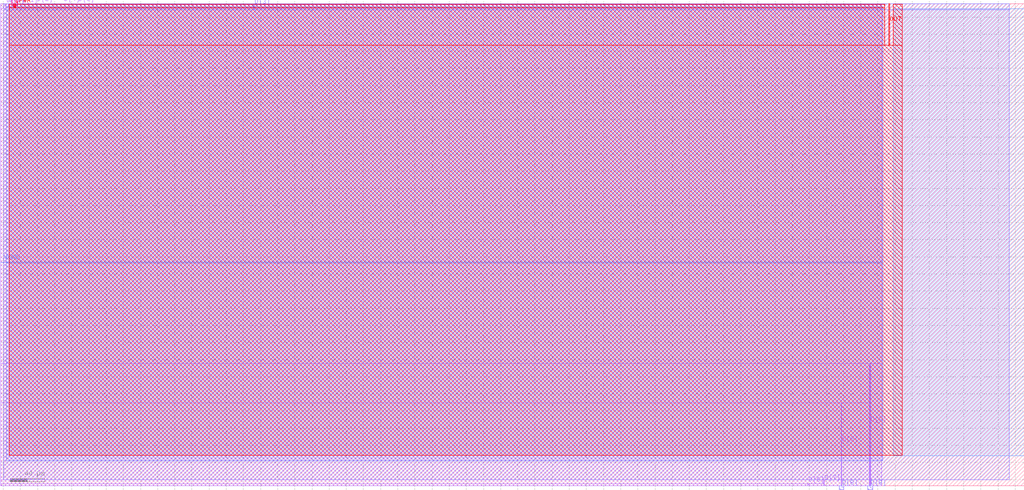
<source format=lef>
VERSION 5.7 ;
  NOWIREEXTENSIONATPIN ON ;
  DIVIDERCHAR "/" ;
  BUSBITCHARS "[]" ;
MACRO avsddac
  CLASS BLOCK ;
  FOREIGN avsddac ;
  ORIGIN -136.770 -613.050 ;
  SIZE 1193.570 BY 562.310 ;
  PIN D[9]
    DIRECTION INPUT ;
    USE SIGNAL ;
    PORT
      LAYER li1 ;
        RECT 1150.220 613.050 1151.250 755.620 ;
      LAYER met1 ;
        RECT 1148.000 608.000 1154.000 613.050 ;
    END
  END D[9]
  PIN D[8]
    DIRECTION INPUT ;
    USE SIGNAL ;
    PORT
      LAYER li1 ;
        RECT 1117.200 613.050 1117.850 709.180 ;
      LAYER met1 ;
        RECT 1115.000 608.000 1120.000 613.050 ;
    END
  END D[8]
  PIN D[7]
    DIRECTION INPUT ;
    USE SIGNAL ;
    PORT
      LAYER li1 ;
        RECT 1096.950 613.050 1097.260 619.510 ;
    END
  END D[7]
  PIN D[6]
    DIRECTION INPUT ;
    USE SIGNAL ;
    PORT
      LAYER li1 ;
        RECT 1078.220 613.050 1079.660 614.760 ;
    END
  END D[6]
  PIN D[5]
    DIRECTION INPUT ;
    USE SIGNAL ;
    PORT
      LAYER li1 ;
        RECT 226.250 1174.740 228.070 1175.360 ;
    END
  END D[5]
  PIN D[4]
    DIRECTION INPUT ;
    USE SIGNAL ;
    PORT
      LAYER li1 ;
        RECT 209.700 1174.310 211.150 1175.360 ;
    END
  END D[4]
  PIN D[3]
    DIRECTION INPUT ;
    USE SIGNAL ;
    PORT
      LAYER met1 ;
        RECT 432.010 1168.710 433.190 1175.360 ;
    END
  END D[3]
  PIN D[2]
    DIRECTION INPUT ;
    USE SIGNAL ;
    PORT
      LAYER li1 ;
        RECT 178.380 1174.680 180.110 1175.360 ;
    END
  END D[2]
  PIN D[1]
    DIRECTION INPUT ;
    USE SIGNAL ;
    PORT
      LAYER li1 ;
        RECT 160.760 1172.150 162.090 1175.360 ;
    END
  END D[1]
  PIN D[0]
    DIRECTION INPUT ;
    USE SIGNAL ;
    PORT
      LAYER li1 ;
        RECT 145.960 1172.220 146.570 1175.360 ;
    END
  END D[0]
  PIN VPWR
    DIRECTION INOUT ;
    USE POWER ;
    PORT
      LAYER met4 ;
        RECT 152.670 1171.410 154.120 1175.360 ;
      LAYER met5 ;
        RECT 150.000 1173.000 157.000 1180.000 ;
    END
  END VPWR
  PIN VGND
    DIRECTION INOUT ;
    USE GROUND ;
    PORT
      LAYER met2 ;
        RECT 136.770 873.200 144.500 873.520 ;
    END
  END VGND
  PIN VREFH
    DIRECTION INPUT ;
    USE SIGNAL ;
    PORT
      LAYER li1 ;
        RECT 142.900 1170.680 143.170 1175.360 ;
    END
  END VREFH
  PIN OUT
    DIRECTION OUTPUT ;
    USE SIGNAL ;
    PORT
      LAYER met4 ;
        RECT 1172.680 1127.710 1173.730 1175.360 ;
    END
  END OUT
  OBS
      LAYER li1 ;
        RECT 136.770 1170.510 142.730 1175.360 ;
        RECT 143.340 1172.050 145.790 1175.360 ;
        RECT 146.740 1172.050 160.590 1175.360 ;
        RECT 143.340 1171.980 160.590 1172.050 ;
        RECT 162.260 1174.510 178.210 1175.360 ;
        RECT 180.280 1174.510 209.530 1175.360 ;
        RECT 162.260 1174.140 209.530 1174.510 ;
        RECT 211.320 1174.570 226.080 1175.360 ;
        RECT 228.240 1174.570 1164.190 1175.360 ;
        RECT 211.320 1174.140 1164.190 1174.570 ;
        RECT 162.260 1171.980 1164.190 1174.140 ;
        RECT 143.340 1170.510 1164.190 1171.980 ;
        RECT 136.770 755.790 1164.190 1170.510 ;
        RECT 136.770 709.350 1150.050 755.790 ;
        RECT 136.770 619.680 1117.030 709.350 ;
        RECT 136.770 614.930 1096.780 619.680 ;
        RECT 136.770 613.050 1078.050 614.930 ;
        RECT 1079.830 613.050 1096.780 614.930 ;
        RECT 1097.430 613.050 1117.030 619.680 ;
        RECT 1118.020 613.050 1150.050 709.350 ;
        RECT 1151.420 613.050 1164.190 755.790 ;
      LAYER met1 ;
        RECT 140.750 1168.430 431.730 1175.360 ;
        RECT 433.470 1168.430 1313.360 1175.360 ;
        RECT 140.750 620.000 1313.360 1168.430 ;
      LAYER met2 ;
        RECT 143.250 873.800 1165.380 1172.180 ;
        RECT 144.780 872.920 1165.380 873.800 ;
        RECT 143.250 641.910 1165.380 872.920 ;
      LAYER met3 ;
        RECT 1178.000 647.680 1330.340 1169.670 ;
      LAYER met4 ;
        RECT 147.000 1171.010 152.270 1175.050 ;
        RECT 154.520 1171.010 1168.000 1175.050 ;
        RECT 147.000 1127.310 1168.000 1171.010 ;
        RECT 1178.000 1127.310 1188.200 1175.050 ;
        RECT 147.000 648.540 1188.200 1127.310 ;
  END
END avsddac
END LIBRARY


</source>
